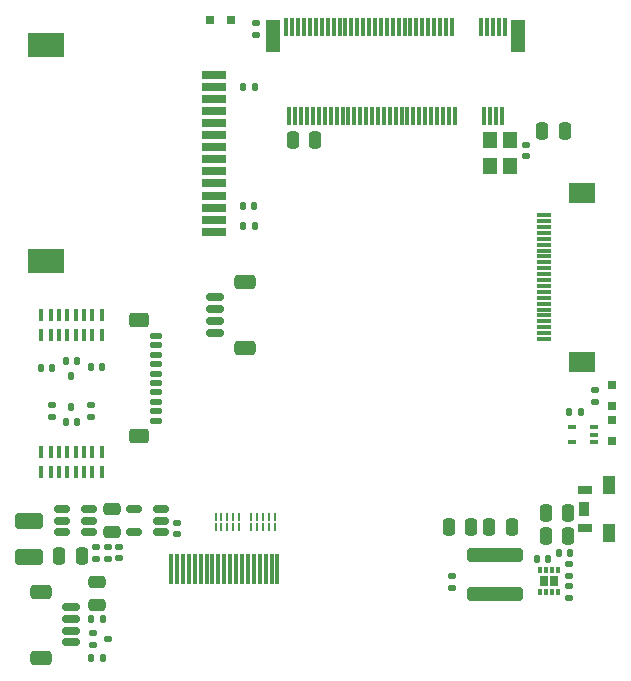
<source format=gbr>
%TF.GenerationSoftware,KiCad,Pcbnew,9.0.0*%
%TF.CreationDate,2025-06-30T18:18:02+02:00*%
%TF.ProjectId,CM5_MINIMA_3,434d355f-4d49-44e4-994d-415f332e6b69,2*%
%TF.SameCoordinates,Original*%
%TF.FileFunction,Paste,Top*%
%TF.FilePolarity,Positive*%
%FSLAX46Y46*%
G04 Gerber Fmt 4.6, Leading zero omitted, Abs format (unit mm)*
G04 Created by KiCad (PCBNEW 9.0.0) date 2025-06-30 18:18:02*
%MOMM*%
%LPD*%
G01*
G04 APERTURE LIST*
G04 Aperture macros list*
%AMRoundRect*
0 Rectangle with rounded corners*
0 $1 Rounding radius*
0 $2 $3 $4 $5 $6 $7 $8 $9 X,Y pos of 4 corners*
0 Add a 4 corners polygon primitive as box body*
4,1,4,$2,$3,$4,$5,$6,$7,$8,$9,$2,$3,0*
0 Add four circle primitives for the rounded corners*
1,1,$1+$1,$2,$3*
1,1,$1+$1,$4,$5*
1,1,$1+$1,$6,$7*
1,1,$1+$1,$8,$9*
0 Add four rect primitives between the rounded corners*
20,1,$1+$1,$2,$3,$4,$5,0*
20,1,$1+$1,$4,$5,$6,$7,0*
20,1,$1+$1,$6,$7,$8,$9,0*
20,1,$1+$1,$8,$9,$2,$3,0*%
G04 Aperture macros list end*
%ADD10RoundRect,0.150000X0.512500X0.150000X-0.512500X0.150000X-0.512500X-0.150000X0.512500X-0.150000X0*%
%ADD11RoundRect,0.135000X-0.185000X0.135000X-0.185000X-0.135000X0.185000X-0.135000X0.185000X0.135000X0*%
%ADD12RoundRect,0.150000X0.625000X-0.150000X0.625000X0.150000X-0.625000X0.150000X-0.625000X-0.150000X0*%
%ADD13RoundRect,0.250000X0.650000X-0.350000X0.650000X0.350000X-0.650000X0.350000X-0.650000X-0.350000X0*%
%ADD14RoundRect,0.250000X-0.250000X-0.475000X0.250000X-0.475000X0.250000X0.475000X-0.250000X0.475000X0*%
%ADD15R,2.030000X0.700000*%
%ADD16R,3.100000X2.100000*%
%ADD17R,0.650000X0.850000*%
%ADD18R,0.300000X0.500000*%
%ADD19RoundRect,0.140000X0.170000X-0.140000X0.170000X0.140000X-0.170000X0.140000X-0.170000X-0.140000X0*%
%ADD20R,0.250000X0.680000*%
%ADD21RoundRect,0.135000X0.135000X0.185000X-0.135000X0.185000X-0.135000X-0.185000X0.135000X-0.185000X0*%
%ADD22R,0.800000X0.700000*%
%ADD23RoundRect,0.250000X2.100000X-0.340000X2.100000X0.340000X-2.100000X0.340000X-2.100000X-0.340000X0*%
%ADD24R,1.200000X1.400000*%
%ADD25RoundRect,0.250000X0.250000X0.475000X-0.250000X0.475000X-0.250000X-0.475000X0.250000X-0.475000X0*%
%ADD26RoundRect,0.250000X0.475000X-0.250000X0.475000X0.250000X-0.475000X0.250000X-0.475000X-0.250000X0*%
%ADD27RoundRect,0.135000X0.185000X-0.135000X0.185000X0.135000X-0.185000X0.135000X-0.185000X-0.135000X0*%
%ADD28RoundRect,0.150000X-0.625000X0.150000X-0.625000X-0.150000X0.625000X-0.150000X0.625000X0.150000X0*%
%ADD29RoundRect,0.250000X-0.650000X0.350000X-0.650000X-0.350000X0.650000X-0.350000X0.650000X0.350000X0*%
%ADD30RoundRect,0.100000X0.225000X0.100000X-0.225000X0.100000X-0.225000X-0.100000X0.225000X-0.100000X0*%
%ADD31RoundRect,0.125000X0.425000X-0.125000X0.425000X0.125000X-0.425000X0.125000X-0.425000X-0.125000X0*%
%ADD32RoundRect,0.250000X0.600000X-0.350000X0.600000X0.350000X-0.600000X0.350000X-0.600000X-0.350000X0*%
%ADD33RoundRect,0.140000X-0.140000X-0.170000X0.140000X-0.170000X0.140000X0.170000X-0.140000X0.170000X0*%
%ADD34RoundRect,0.250000X-0.925000X0.412500X-0.925000X-0.412500X0.925000X-0.412500X0.925000X0.412500X0*%
%ADD35R,0.400000X1.100000*%
%ADD36R,0.300000X1.550000*%
%ADD37R,1.200000X2.750000*%
%ADD38RoundRect,0.140000X-0.170000X0.140000X-0.170000X-0.140000X0.170000X-0.140000X0.170000X0.140000X0*%
%ADD39R,0.300000X2.600000*%
%ADD40RoundRect,0.140000X0.140000X0.170000X-0.140000X0.170000X-0.140000X-0.170000X0.140000X-0.170000X0*%
%ADD41RoundRect,0.125000X-0.125000X0.175000X-0.125000X-0.175000X0.125000X-0.175000X0.125000X0.175000X0*%
%ADD42RoundRect,0.125000X0.125000X-0.175000X0.125000X0.175000X-0.125000X0.175000X-0.125000X-0.175000X0*%
%ADD43R,1.200000X0.700000*%
%ADD44R,0.950000X1.300000*%
%ADD45R,1.000000X1.500000*%
%ADD46R,0.700000X0.800000*%
%ADD47RoundRect,0.125000X-0.175000X-0.125000X0.175000X-0.125000X0.175000X0.125000X-0.175000X0.125000X0*%
%ADD48R,1.300000X0.300000*%
%ADD49R,2.200000X1.800000*%
G04 APERTURE END LIST*
D10*
%TO.C,U405*%
X15577500Y13160000D03*
X15577500Y14110000D03*
X15577500Y15060000D03*
X13302500Y15060000D03*
X13302500Y13160000D03*
%TD*%
D11*
%TO.C,R704*%
X40200000Y9410000D03*
X40200000Y8390000D03*
%TD*%
D12*
%TO.C,J502*%
X7925000Y3800000D03*
X7925000Y4800000D03*
X7925000Y5800000D03*
X7925000Y6800000D03*
D13*
X5400000Y2500000D03*
X5400000Y8100000D03*
%TD*%
D14*
%TO.C,C705*%
X48140000Y12810000D03*
X50040000Y12810000D03*
%TD*%
D15*
%TO.C,J1*%
X20062000Y40610000D03*
X20062000Y41630000D03*
X20062000Y42650000D03*
X20062000Y43670000D03*
X20062000Y44690000D03*
X20062000Y45710000D03*
X20062000Y46730000D03*
X20062000Y47750000D03*
X20062000Y48770000D03*
X20062000Y49790000D03*
X20062000Y38570000D03*
X20062000Y39590000D03*
X20062000Y50810000D03*
X20062000Y51830000D03*
D16*
X5846000Y36050000D03*
X5846000Y54350000D03*
%TD*%
D17*
%TO.C,U702*%
X48852500Y8990000D03*
X47977500Y8990000D03*
D18*
X49165000Y9890000D03*
X48665000Y9890000D03*
X48165000Y9890000D03*
X47665000Y9890000D03*
X47665000Y8090000D03*
X48165000Y8090000D03*
X48665000Y8090000D03*
X49165000Y8090000D03*
%TD*%
D11*
%TO.C,R606*%
X52290000Y25160000D03*
X52290000Y24140000D03*
%TD*%
D14*
%TO.C,C708*%
X43360000Y13550000D03*
X45260000Y13550000D03*
%TD*%
D19*
%TO.C,C502*%
X16950000Y12970000D03*
X16950000Y13930000D03*
%TD*%
D20*
%TO.C,D401*%
X22200000Y14440000D03*
X21700000Y14440000D03*
X21200000Y14440000D03*
X20700000Y14440000D03*
X20200000Y14440000D03*
X20200000Y13580000D03*
X20700000Y13580000D03*
X21200000Y13580000D03*
X21700000Y13580000D03*
X22200000Y13580000D03*
%TD*%
D10*
%TO.C,U701*%
X9507500Y13150000D03*
X9507500Y14100000D03*
X9507500Y15050000D03*
X7232500Y15050000D03*
X7232500Y14100000D03*
X7232500Y13150000D03*
%TD*%
D11*
%TO.C,R101*%
X11100000Y11910000D03*
X11100000Y10890000D03*
%TD*%
D21*
%TO.C,R402*%
X23510000Y50825000D03*
X22490000Y50825000D03*
%TD*%
%TO.C,R401*%
X23510000Y39050000D03*
X22490000Y39050000D03*
%TD*%
D22*
%TO.C,D702*%
X19710000Y56450000D03*
X21510000Y56450000D03*
%TD*%
D23*
%TO.C,L701*%
X43850000Y7885000D03*
X43850000Y11195000D03*
%TD*%
D24*
%TO.C,U703*%
X45100000Y44125000D03*
X45100000Y46325000D03*
X43400000Y46325000D03*
X43400000Y44125000D03*
%TD*%
D14*
%TO.C,C704*%
X48140000Y14785000D03*
X50040000Y14785000D03*
%TD*%
D11*
%TO.C,R707*%
X23610000Y56230000D03*
X23610000Y55210000D03*
%TD*%
D25*
%TO.C,C709*%
X41850000Y13550000D03*
X39950000Y13550000D03*
%TD*%
D26*
%TO.C,C701*%
X11400000Y13150000D03*
X11400000Y15050000D03*
%TD*%
D27*
%TO.C,R706*%
X50150000Y9415000D03*
X50150000Y10435000D03*
%TD*%
D28*
%TO.C,J601*%
X20175000Y33000000D03*
X20175000Y32000000D03*
X20175000Y31000000D03*
X20175000Y30000000D03*
D29*
X22700000Y34300000D03*
X22700000Y28700000D03*
%TD*%
D14*
%TO.C,C703*%
X6980000Y11130000D03*
X8880000Y11130000D03*
%TD*%
D30*
%TO.C,U602*%
X52260000Y20720000D03*
X52260000Y21370000D03*
X52260000Y22020000D03*
X50360000Y22020000D03*
X50360000Y20720000D03*
%TD*%
D31*
%TO.C,J503*%
X15130000Y22560000D03*
X15130000Y23360000D03*
X15130000Y24160000D03*
X15130000Y24960000D03*
X15130000Y25760000D03*
X15130000Y26560000D03*
X15130000Y27360000D03*
X15130000Y28160000D03*
X15130000Y28960000D03*
X15130000Y29760000D03*
D32*
X13730000Y21260000D03*
X13730000Y31060000D03*
%TD*%
D33*
%TO.C,C401*%
X22520000Y40775000D03*
X23480000Y40775000D03*
%TD*%
D34*
%TO.C,C702*%
X4400000Y14085000D03*
X4400000Y11010000D03*
%TD*%
D27*
%TO.C,R702*%
X6350000Y22850001D03*
X6350000Y23869999D03*
%TD*%
%TO.C,R705*%
X50150000Y7535000D03*
X50150000Y8555000D03*
%TD*%
D35*
%TO.C,J101*%
X10550000Y29800000D03*
X9750000Y29800000D03*
X9050000Y29800000D03*
X8350000Y29800000D03*
X7650000Y29800000D03*
X6950000Y29800000D03*
X6250000Y29800000D03*
X5450000Y29800000D03*
X5450000Y31500000D03*
X6250000Y31500000D03*
X6950000Y31500000D03*
X7650000Y31500000D03*
X8350000Y31500000D03*
X9050000Y31500000D03*
X9750000Y31500000D03*
X10550000Y31500000D03*
%TD*%
D21*
%TO.C,R501*%
X10660000Y2450000D03*
X9640000Y2450000D03*
%TD*%
D36*
%TO.C,J701*%
X26200000Y55900000D03*
X26450000Y48350000D03*
X26700000Y55900000D03*
X26950000Y48350000D03*
X27200000Y55900000D03*
X27450000Y48350000D03*
X27700000Y55900000D03*
X27950000Y48350000D03*
X28200000Y55900000D03*
X28450000Y48350000D03*
X28700000Y55900000D03*
X28950000Y48350000D03*
X29200000Y55900000D03*
X29450000Y48350000D03*
X29700000Y55900000D03*
X29950000Y48350000D03*
X30200000Y55900000D03*
X30450000Y48350000D03*
X30700000Y55900000D03*
X30950000Y48350000D03*
X31200000Y55900000D03*
X31450000Y48350000D03*
X31700000Y55900000D03*
X31950000Y48350000D03*
X32200000Y55900000D03*
X32450000Y48350000D03*
X32700000Y55900000D03*
X32950000Y48350000D03*
X33200000Y55900000D03*
X33450000Y48350000D03*
X33700000Y55900000D03*
X33950000Y48350000D03*
X34200000Y55900000D03*
X34450000Y48350000D03*
X34700000Y55900000D03*
X34950000Y48350000D03*
X35200000Y55900000D03*
X35450000Y48350000D03*
X35700000Y55900000D03*
X35950000Y48350000D03*
X36200000Y55900000D03*
X36450000Y48350000D03*
X36700000Y55900000D03*
X36950000Y48350000D03*
X37200000Y55900000D03*
X37450000Y48350000D03*
X37700000Y55900000D03*
X37950000Y48350000D03*
X38200000Y55900000D03*
X38450000Y48350000D03*
X38700000Y55900000D03*
X38950000Y48350000D03*
X39200000Y55900000D03*
X39450000Y48350000D03*
X39700000Y55900000D03*
X39950000Y48350000D03*
X40200000Y55900000D03*
X40450000Y48350000D03*
X42700000Y55900000D03*
X42950000Y48350000D03*
X43200000Y55900000D03*
X43450000Y48350000D03*
X43700000Y55900000D03*
X43950000Y48350000D03*
X44200000Y55900000D03*
X44450000Y48350000D03*
X44700000Y55900000D03*
D37*
X25100000Y55125000D03*
X45800000Y55125000D03*
%TD*%
D14*
%TO.C,C711*%
X26750000Y46350000D03*
X28650000Y46350000D03*
%TD*%
D19*
%TO.C,C712*%
X46450000Y44990000D03*
X46450000Y45950000D03*
%TD*%
D38*
%TO.C,C501*%
X12050000Y11880000D03*
X12050000Y10920000D03*
%TD*%
D39*
%TO.C,J501*%
X25440000Y10010000D03*
X24940000Y10010000D03*
X24440000Y10010000D03*
X23940000Y10010000D03*
X23440000Y10010000D03*
X22940000Y10010000D03*
X22440000Y10010000D03*
X21940000Y10010000D03*
X21440000Y10010000D03*
X20940000Y10010000D03*
X20440000Y10010000D03*
X19940000Y10010000D03*
X19440000Y10010000D03*
X18940000Y10010000D03*
X18440000Y10010000D03*
X17940000Y10010000D03*
X17440000Y10010000D03*
X16940000Y10010000D03*
X16440000Y10010000D03*
%TD*%
D14*
%TO.C,C710*%
X47850000Y47125000D03*
X49750000Y47125000D03*
%TD*%
D20*
%TO.C,D402*%
X25200000Y14440000D03*
X24700000Y14440000D03*
X24200000Y14440000D03*
X23700000Y14440000D03*
X23200000Y14440000D03*
X23200000Y13580000D03*
X23700000Y13580000D03*
X24200000Y13580000D03*
X24700000Y13580000D03*
X25200000Y13580000D03*
%TD*%
D11*
%TO.C,R701*%
X10100000Y11910000D03*
X10100000Y10890000D03*
%TD*%
D40*
%TO.C,C706*%
X48370000Y10885000D03*
X47410000Y10885000D03*
%TD*%
D41*
%TO.C,D101*%
X8500000Y27640000D03*
X7500000Y27640000D03*
X8000000Y26340000D03*
%TD*%
D33*
%TO.C,C102*%
X9645000Y27150000D03*
X10605000Y27150000D03*
%TD*%
D40*
%TO.C,C101*%
X6355000Y27000000D03*
X5395000Y27000000D03*
%TD*%
D35*
%TO.C,USB701*%
X10550000Y18250000D03*
X9750000Y18250000D03*
X9050000Y18250000D03*
X8350000Y18250000D03*
X7650000Y18250000D03*
X6950000Y18250000D03*
X6250000Y18250000D03*
X5450000Y18250000D03*
X5450000Y19950000D03*
X6250000Y19950000D03*
X6950000Y19950000D03*
X7650000Y19950000D03*
X8350000Y19950000D03*
X9050000Y19950000D03*
X9750000Y19950000D03*
X10550000Y19950000D03*
%TD*%
D42*
%TO.C,D701*%
X7500000Y22450000D03*
X8500000Y22450000D03*
X8000000Y23749999D03*
%TD*%
D26*
%TO.C,C601*%
X10200000Y7000000D03*
X10200000Y8900000D03*
%TD*%
D43*
%TO.C,SW501*%
X51520000Y16730000D03*
X51520000Y13450000D03*
D44*
X51395000Y15080000D03*
D45*
X53520000Y17080000D03*
X53520000Y13080000D03*
%TD*%
D27*
%TO.C,R703*%
X9630000Y22860001D03*
X9630000Y23879999D03*
%TD*%
D40*
%TO.C,C707*%
X50220000Y11355000D03*
X49260000Y11355000D03*
%TD*%
D46*
%TO.C,D605*%
X53790000Y22630000D03*
X53790000Y20830000D03*
%TD*%
D47*
%TO.C,D502*%
X9800000Y4600000D03*
X9800000Y3600000D03*
X11100000Y4100000D03*
%TD*%
D48*
%TO.C,J802*%
X48000000Y39975000D03*
X48000000Y39475000D03*
X48000000Y38975000D03*
X48000000Y38475000D03*
X48000000Y37975000D03*
X48000000Y37475000D03*
X48000000Y36975000D03*
X48000000Y36475000D03*
X48000000Y35975000D03*
X48000000Y35475000D03*
X48000000Y34975000D03*
X48000000Y34475000D03*
X48000000Y33975000D03*
X48000000Y33475000D03*
X48000000Y32975000D03*
X48000000Y32475000D03*
X48000000Y31975000D03*
X48000000Y31475000D03*
X48000000Y30975000D03*
X48000000Y30475000D03*
X48000000Y29975000D03*
X48000000Y29475000D03*
D49*
X51250000Y27575000D03*
X51250000Y41875000D03*
%TD*%
D21*
%TO.C,R502*%
X10660000Y5750000D03*
X9640000Y5750000D03*
%TD*%
D46*
%TO.C,D606*%
X53790000Y25570000D03*
X53790000Y23770000D03*
%TD*%
D21*
%TO.C,R605*%
X51150000Y23260000D03*
X50130000Y23260000D03*
%TD*%
M02*

</source>
